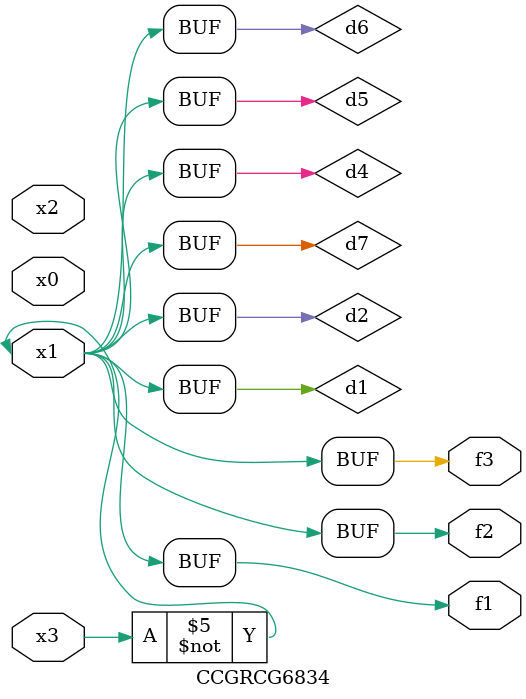
<source format=v>
module CCGRCG6834(
	input x0, x1, x2, x3,
	output f1, f2, f3
);

	wire d1, d2, d3, d4, d5, d6, d7;

	not (d1, x3);
	buf (d2, x1);
	xnor (d3, d1, d2);
	nor (d4, d1);
	buf (d5, d1, d2);
	buf (d6, d4, d5);
	nand (d7, d4);
	assign f1 = d6;
	assign f2 = d7;
	assign f3 = d6;
endmodule

</source>
